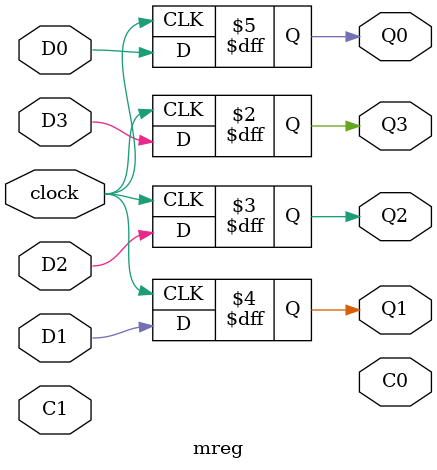
<source format=v>
module mreg (D3,D2,D1,D0, Q3,Q2,Q1,Q0, clock, C1,C0);
input D3,D2,D1,D0;
input clock, C1;
output reg Q3,Q2,Q1,Q0,C0;


always @ (posedge clock)

begin

	{Q3,Q2,Q1,Q0} <= {D3,D2,D1,D0};
end

endmodule
</source>
